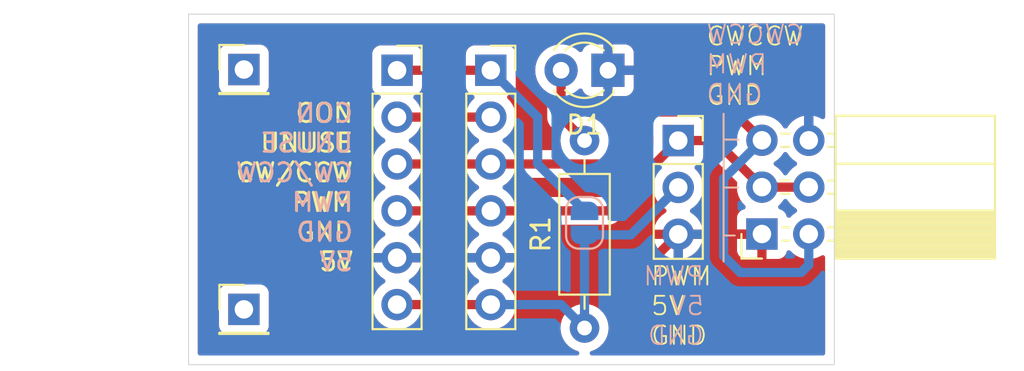
<source format=kicad_pcb>
(kicad_pcb (version 20240108) (generator "pcbnew") (generator_version "8.0")
  (layers (0 "F.Cu" signal) (31 "B.Cu" signal) (34 "B.Paste" user) (35 "F.Paste" user) (36 "B.SilkS" user "B.Silkscreen") (37 "F.SilkS" user "F.Silkscreen") (38 "B.Mask" user) (39 "F.Mask" user) (44 "Edge.Cuts" user))
  (net 0 "")
  (net 1 "GND")
  (net 2 "Net-(D1-A)")
  (net 3 "CW{slash}CCW")
  (net 4 "CONN")
  (net 5 "+5V")
  (net 6 "PWM")
  (net 7 "UNUSE")
  (footprint "Connector_PinSocket_2.54mm:PinSocket_1x06_P2.54mm_Vertical" (layer "F.Cu") (at 114.3 66.04)
    (property "Reference" "J1" (hide yes))
    (property "Value" "Conn_01x06_Pin")
    (fp_line (start -1.33 1.27) (end -1.33 14.03) (stroke (width 0.12)) (layer "F.SilkS"))
    (fp_line (start -1.33 1.27) (end 1.33 1.27) (stroke (width 0.12)) (layer "F.SilkS"))
    (fp_line (start -1.33 14.03) (end 1.33 14.03) (stroke (width 0.12)) (layer "F.SilkS"))
    (fp_line (start 0 -1.33) (end 1.33 -1.33) (stroke (width 0.12)) (layer "F.SilkS"))
    (fp_line (start 1.33 -1.33) (end 1.33 0) (stroke (width 0.12)) (layer "F.SilkS"))
    (fp_line (start 1.33 1.27) (end 1.33 14.03) (stroke (width 0.12)) (layer "F.SilkS"))
    (pad "1" thru_hole rect (at 0 0) (size 1.7 1.7) (drill 1) (layers "*.Cu" "*.Mask") (net 4 "CONN"))
    (pad "2" thru_hole oval (at 0 2.54) (size 1.7 1.7) (drill 1) (layers "*.Cu" "*.Mask") (net 7 "UNUSE"))
    (pad "3" thru_hole oval (at 0 5.08) (size 1.7 1.7) (drill 1) (layers "*.Cu" "*.Mask") (net 3 "CW{slash}CCW"))
    (pad "4" thru_hole oval (at 0 7.62) (size 1.7 1.7) (drill 1) (layers "*.Cu" "*.Mask") (net 6 "PWM"))
    (pad "5" thru_hole oval (at 0 10.16) (size 1.7 1.7) (drill 1) (layers "*.Cu" "*.Mask") (net 1 "GND"))
    (pad "6" thru_hole oval (at 0 12.7) (size 1.7 1.7) (drill 1) (layers "*.Cu" "*.Mask") (net 5 "+5V"))
  )
  (footprint "Resistor_THT:R_Axial_DIN0207_L6.3mm_D2.5mm_P10.16mm_Horizontal" (layer "F.Cu") (at 124.46 80.01 90)
    (property "Reference" "R1" (at 5.08 -2.37 90) (layer "F.SilkS"))
    (property "Value" "R")
    (fp_line (start 8.35 -1.37) (end 1.81 -1.37) (stroke (width 0.12)) (layer "F.SilkS"))
    (fp_line (start 1.81 -1.37) (end 1.81 1.37) (stroke (width 0.12)) (layer "F.SilkS"))
    (fp_line (start 9.12 0) (end 8.35 0) (stroke (width 0.12)) (layer "F.SilkS"))
    (fp_line (start 1.04 0) (end 1.81 0) (stroke (width 0.12)) (layer "F.SilkS"))
    (fp_line (start 8.35 1.37) (end 8.35 -1.37) (stroke (width 0.12)) (layer "F.SilkS"))
    (fp_line (start 1.81 1.37) (end 8.35 1.37) (stroke (width 0.12)) (layer "F.SilkS"))
    (pad "1" thru_hole circle (at 0 0 90) (size 1.6 1.6) (drill 0.8) (layers "*.Cu" "*.Mask") (net 5 "+5V"))
    (pad "2" thru_hole oval (at 10.16 0 90) (size 1.6 1.6) (drill 0.8) (layers "*.Cu" "*.Mask") (net 2 "Net-(D1-A)"))
  )
  (footprint "Connector_PinHeader_2.54mm:PinHeader_1x01_P2.54mm_Vertical" (layer "F.Cu") (at 106 79)
    (property "Reference" "REF**" (hide yes))
    (property "Value" "PinHeader_1x01_P2.54mm_Vertical")
    (fp_line (start -1.33 -1.33) (end 0 -1.33) (stroke (width 0.12)) (layer "F.SilkS"))
    (fp_line (start -1.33 0) (end -1.33 -1.33) (stroke (width 0.12)) (layer "F.SilkS"))
    (fp_line (start -1.33 1.27) (end -1.33 1.33) (stroke (width 0.12)) (layer "F.SilkS"))
    (fp_line (start -1.33 1.27) (end 1.33 1.27) (stroke (width 0.12)) (layer "F.SilkS"))
    (fp_line (start -1.33 1.33) (end 1.33 1.33) (stroke (width 0.12)) (layer "F.SilkS"))
    (fp_line (start 1.33 1.27) (end 1.33 1.33) (stroke (width 0.12)) (layer "F.SilkS"))
    (pad "1" thru_hole rect (at 0 0) (size 1.7 1.7) (drill 1) (layers "*.Cu" "*.Mask"))
  )
  (footprint "Connector_PinSocket_2.54mm:PinSocket_2x03_P2.54mm_Horizontal" (layer "F.Cu") (at 134.075 74.915 180)
    (property "Reference" "J3" (hide yes))
    (property "Value" "Conn_02x03_Odd_Even")
    (fp_line (start 1.11 -1.33) (end 1.11 0) (stroke (width 0.12)) (layer "F.SilkS"))
    (fp_line (start 0 -1.33) (end 1.11 -1.33) (stroke (width 0.12)) (layer "F.SilkS"))
    (fp_line (start -1.49 5.44) (end -1.05 5.44) (stroke (width 0.12)) (layer "F.SilkS"))
    (fp_line (start -1.49 4.72) (end -1.05 4.72) (stroke (width 0.12)) (layer "F.SilkS"))
    (fp_line (start -1.49 2.9) (end -1.05 2.9) (stroke (width 0.12)) (layer "F.SilkS"))
    (fp_line (start -1.49 2.18) (end -1.05 2.18) (stroke (width 0.12)) (layer "F.SilkS"))
    (fp_line (start -1.49 0.36) (end -1.11 0.36) (stroke (width 0.12)) (layer "F.SilkS"))
    (fp_line (start -1.49 -0.36) (end -1.11 -0.36) (stroke (width 0.12)) (layer "F.SilkS"))
    (fp_line (start -4 5.44) (end -3.59 5.44) (stroke (width 0.12)) (layer "F.SilkS"))
    (fp_line (start -4 4.72) (end -3.59 4.72) (stroke (width 0.12)) (layer "F.SilkS"))
    (fp_line (start -4 2.9) (end -3.59 2.9) (stroke (width 0.12)) (layer "F.SilkS"))
    (fp_line (start -4 2.18) (end -3.59 2.18) (stroke (width 0.12)) (layer "F.SilkS"))
    (fp_line (start -4 0.36) (end -3.59 0.36) (stroke (width 0.12)) (layer "F.SilkS"))
    (fp_line (start -4 -0.36) (end -3.59 -0.36) (stroke (width 0.12)) (layer "F.SilkS"))
    (fp_line (start -4 -1.33) (end -4 6.41) (stroke (width 0.12)) (layer "F.SilkS"))
    (fp_line (start -12.63 6.41) (end -4 6.41) (stroke (width 0.12)) (layer "F.SilkS"))
    (fp_line (start -12.63 3.81) (end -4 3.81) (stroke (width 0.12)) (layer "F.SilkS"))
    (fp_line (start -12.63 1.27) (end -4 1.27) (stroke (width 0.12)) (layer "F.SilkS"))
    (fp_line (start -12.63 1.1519) (end -4 1.1519) (stroke (width 0.12)) (layer "F.SilkS"))
    (fp_line (start -12.63 1.033805) (end -4 1.033805) (stroke (width 0.12)) (layer "F.SilkS"))
    (fp_line (start -12.63 0.91571) (end -4 0.91571) (stroke (width 0.12)) (layer "F.SilkS"))
    (fp_line (start -12.63 0.797615) (end -4 0.797615) (stroke (width 0.12)) (layer "F.SilkS"))
    (fp_line (start -12.63 0.67952) (end -4 0.67952) (stroke (width 0.12)) (layer "F.SilkS"))
    (fp_line (start -12.63 0.561425) (end -4 0.561425) (stroke (width 0.12)) (layer "F.SilkS"))
    (fp_line (start -12.63 0.44333) (end -4 0.44333) (stroke (width 0.12)) (layer "F.SilkS"))
    (fp_line (start -12.63 0.325235) (end -4 0.325235) (stroke (width 0.12)) (layer "F.SilkS"))
    (fp_line (start -12.63 0.20714) (end -4 0.20714) (stroke (width 0.12)) (layer "F.SilkS"))
    (fp_line (start -12.63 0.089045) (end -4 0.089045) (stroke (width 0.12)) (layer "F.SilkS"))
    (fp_line (start -12.63 -0.02905) (end -4 -0.02905) (stroke (width 0.12)) (layer "F.SilkS"))
    (fp_line (start -12.63 -0.147145) (end -4 -0.147145) (stroke (width 0.12)) (layer "F.SilkS"))
    (fp_line (start -12.63 -0.26524) (end -4 -0.26524) (stroke (width 0.12)) (layer "F.SilkS"))
    (fp_line (start -12.63 -0.383335) (end -4 -0.383335) (stroke (width 0.12)) (layer "F.SilkS"))
    (fp_line (start -12.63 -0.50143) (end -4 -0.50143) (stroke (width 0.12)) (layer "F.SilkS"))
    (fp_line (start -12.63 -0.619525) (end -4 -0.619525) (stroke (width 0.12)) (layer "F.SilkS"))
    (fp_line (start -12.63 -0.73762) (end -4 -0.73762) (stroke (width 0.12)) (layer "F.SilkS"))
    (fp_line (start -12.63 -0.855715) (end -4 -0.855715) (stroke (width 0.12)) (layer "F.SilkS"))
    (fp_line (start -12.63 -0.97381) (end -4 -0.97381) (stroke (width 0.12)) (layer "F.SilkS"))
    (fp_line (start -12.63 -1.091905) (end -4 -1.091905) (stroke (width 0.12)) (layer "F.SilkS"))
    (fp_line (start -12.63 -1.21) (end -4 -1.21) (stroke (width 0.12)) (layer "F.SilkS"))
    (fp_line (start -12.63 -1.33) (end -4 -1.33) (stroke (width 0.12)) (layer "F.SilkS"))
    (fp_line (start -12.63 -1.33) (end -12.63 6.41) (stroke (width 0.12)) (layer "F.SilkS"))
    (pad "1" thru_hole rect (at 0 0 180) (size 1.7 1.7) (drill 1) (layers "*.Cu" "*.Mask") (net 1 "GND"))
    (pad "2" thru_hole oval (at -2.54 0 180) (size 1.7 1.7) (drill 1) (layers "*.Cu" "*.Mask") (net 3 "CW{slash}CCW"))
    (pad "3" thru_hole oval (at 0 2.54 180) (size 1.7 1.7) (drill 1) (layers "*.Cu" "*.Mask") (net 6 "PWM"))
    (pad "4" thru_hole oval (at -2.54 2.54 180) (size 1.7 1.7) (drill 1) (layers "*.Cu" "*.Mask") (net 6 "PWM"))
    (pad "5" thru_hole oval (at 0 5.08 180) (size 1.7 1.7) (drill 1) (layers "*.Cu" "*.Mask") (net 3 "CW{slash}CCW"))
    (pad "6" thru_hole oval (at -2.54 5.08 180) (size 1.7 1.7) (drill 1) (layers "*.Cu" "*.Mask") (net 1 "GND"))
  )
  (footprint "LED_THT:LED_D3.0mm" (layer "F.Cu") (at 125.73 66.04 180)
    (property "Reference" "D1" (at 1.27 -2.96 0) (layer "F.SilkS"))
    (property "Value" "LED")
    (fp_line (start -0.29 1.08) (end -0.29 1.236) (stroke (width 0.12)) (layer "F.SilkS"))
    (fp_line (start -0.29 -1.236) (end -0.29 -1.08) (stroke (width 0.12)) (layer "F.SilkS"))
    (fp_arc (start 2.942335 1.078608) (mid 1.366487 1.987659) (end -0.29 1.235516) (stroke (width 0.12)) (layer "F.SilkS"))
    (fp_arc (start 2.31113 1.079837) (mid 1.270117 1.5) (end 0.229039 1.08) (stroke (width 0.12)) (layer "F.SilkS"))
    (fp_arc (start 0.229039 -1.08) (mid 1.270117 -1.5) (end 2.31113 -1.079837) (stroke (width 0.12)) (layer "F.SilkS"))
    (fp_arc (start -0.29 -1.235516) (mid 1.366487 -1.987659) (end 2.942335 -1.078608) (stroke (width 0.12)) (layer "F.SilkS"))
    (pad "1" thru_hole rect (at 0 0 180) (size 1.8 1.8) (drill 0.9) (layers "*.Cu" "*.Mask") (net 1 "GND"))
    (pad "2" thru_hole circle (at 2.54 0 180) (size 1.8 1.8) (drill 0.9) (layers "*.Cu" "*.Mask") (net 2 "Net-(D1-A)"))
  )
  (footprint "Connector_PinSocket_2.54mm:PinSocket_1x06_P2.54mm_Vertical" (layer "F.Cu") (at 119.38 66.04)
    (property "Reference" "J4" (hide yes))
    (property "Value" "Conn_01x06_Pin")
    (fp_line (start -1.33 1.27) (end -1.33 14.03) (stroke (width 0.12)) (layer "F.SilkS"))
    (fp_line (start -1.33 1.27) (end 1.33 1.27) (stroke (width 0.12)) (layer "F.SilkS"))
    (fp_line (start -1.33 14.03) (end 1.33 14.03) (stroke (width 0.12)) (layer "F.SilkS"))
    (fp_line (start 0 -1.33) (end 1.33 -1.33) (stroke (width 0.12)) (layer "F.SilkS"))
    (fp_line (start 1.33 -1.33) (end 1.33 0) (stroke (width 0.12)) (layer "F.SilkS"))
    (fp_line (start 1.33 1.27) (end 1.33 14.03) (stroke (width 0.12)) (layer "F.SilkS"))
    (pad "1" thru_hole rect (at 0 0) (size 1.7 1.7) (drill 1) (layers "*.Cu" "*.Mask") (net 4 "CONN"))
    (pad "2" thru_hole oval (at 0 2.54) (size 1.7 1.7) (drill 1) (layers "*.Cu" "*.Mask") (net 7 "UNUSE"))
    (pad "3" thru_hole oval (at 0 5.08) (size 1.7 1.7) (drill 1) (layers "*.Cu" "*.Mask") (net 3 "CW{slash}CCW"))
    (pad "4" thru_hole oval (at 0 7.62) (size 1.7 1.7) (drill 1) (layers "*.Cu" "*.Mask") (net 6 "PWM"))
    (pad "5" thru_hole oval (at 0 10.16) (size 1.7 1.7) (drill 1) (layers "*.Cu" "*.Mask") (net 1 "GND"))
    (pad "6" thru_hole oval (at 0 12.7) (size 1.7 1.7) (drill 1) (layers "*.Cu" "*.Mask") (net 5 "+5V"))
  )
  (footprint "Connector_PinHeader_2.54mm:PinHeader_1x01_P2.54mm_Vertical" (layer "F.Cu") (at 106 66)
    (property "Reference" "REF**" (hide yes))
    (property "Value" "PinHeader_1x01_P2.54mm_Vertical")
    (fp_line (start -1.33 -1.33) (end 0 -1.33) (stroke (width 0.12)) (layer "F.SilkS"))
    (fp_line (start -1.33 0) (end -1.33 -1.33) (stroke (width 0.12)) (layer "F.SilkS"))
    (fp_line (start -1.33 1.27) (end -1.33 1.33) (stroke (width 0.12)) (layer "F.SilkS"))
    (fp_line (start -1.33 1.27) (end 1.33 1.27) (stroke (width 0.12)) (layer "F.SilkS"))
    (fp_line (start -1.33 1.33) (end 1.33 1.33) (stroke (width 0.12)) (layer "F.SilkS"))
    (fp_line (start 1.33 1.27) (end 1.33 1.33) (stroke (width 0.12)) (layer "F.SilkS"))
    (pad "1" thru_hole rect (at 0 0) (size 1.7 1.7) (drill 1) (layers "*.Cu" "*.Mask"))
  )
  (footprint "Connector_PinSocket_2.54mm:PinSocket_1x03_P2.54mm_Vertical" (layer "F.Cu") (at 129.54 69.85)
    (property "Reference" "J2" (hide yes))
    (property "Value" "Conn_01x03_Pin")
    (fp_line (start -1.33 1.27) (end -1.33 6.41) (stroke (width 0.12)) (layer "F.SilkS"))
    (fp_line (start -1.33 1.27) (end 1.33 1.27) (stroke (width 0.12)) (layer "F.SilkS"))
    (fp_line (start -1.33 6.41) (end 1.33 6.41) (stroke (width 0.12)) (layer "F.SilkS"))
    (fp_line (start 0 -1.33) (end 1.33 -1.33) (stroke (width 0.12)) (layer "F.SilkS"))
    (fp_line (start 1.33 -1.33) (end 1.33 0) (stroke (width 0.12)) (layer "F.SilkS"))
    (fp_line (start 1.33 1.27) (end 1.33 6.41) (stroke (width 0.12)) (layer "F.SilkS"))
    (pad "1" thru_hole rect (at 0 0) (size 1.7 1.7) (drill 1) (layers "*.Cu" "*.Mask") (net 6 "PWM"))
    (pad "2" thru_hole oval (at 0 2.54) (size 1.7 1.7) (drill 1) (layers "*.Cu" "*.Mask") (net 5 "+5V"))
    (pad "3" thru_hole oval (at 0 5.08) (size 1.7 1.7) (drill 1) (layers "*.Cu" "*.Mask") (net 1 "GND"))
  )
  (footprint "Jumper:SolderJumper-2_P1.3mm_Open_RoundedPad1.0x1.5mm" (layer "B.Cu") (at 124.46 74.31 -90)
    (property "Reference" "JP1" (hide yes))
    (property "Value" "Jumper_2_Open")
    (fp_line (start 0.7 1) (end -0.7 1) (stroke (width 0.12)) (layer "B.SilkS"))
    (fp_line (start -1.4 0.3) (end -1.4 -0.3) (stroke (width 0.12)) (layer "B.SilkS"))
    (fp_line (start 1.4 -0.3) (end 1.4 0.3) (stroke (width 0.12)) (layer "B.SilkS"))
    (fp_line (start -0.7 -1) (end 0.7 -1) (stroke (width 0.12)) (layer "B.SilkS"))
    (fp_arc (start -0.7 1) (mid -1.194975 0.794975) (end -1.4 0.3) (stroke (width 0.12)) (layer "B.SilkS"))
    (fp_arc (start 1.4 0.3) (mid 1.194975 0.794975) (end 0.7 1) (stroke (width 0.12)) (layer "B.SilkS"))
    (fp_arc (start -1.4 -0.3) (mid -1.194975 -0.794975) (end -0.7 -1) (stroke (width 0.12)) (layer "B.SilkS"))
    (fp_arc (start 0.7 -1) (mid 1.194975 -0.794975) (end 1.4 -0.3) (stroke (width 0.12)) (layer "B.SilkS"))
    (pad "1" smd custom (at -0.65 0 270) (size 1 0.5) (layers "B.Cu" "B.Mask") (net 4 "CONN") (options (clearance outline) (anchor rect)) (primitives (gr_circle (center 0 -0.25) (end 0.5 -0.25) (width 0) (fill yes)) (gr_circle (center 0 0.25) (end 0.5 0.25) (width 0) (fill yes)) (gr_poly (pts (xy 0.5 -0.75) (xy 0 -0.75) (xy 0 0.75) (xy 0.5 0.75)) (width 0) (fill yes))))
    (pad "2" smd custom (at 0.65 0 270) (size 1 0.5) (layers "B.Cu" "B.Mask") (net 5 "+5V") (options (clearance outline) (anchor rect)) (primitives (gr_circle (center 0 -0.25) (end 0.5 -0.25) (width 0) (fill yes)) (gr_circle (center 0 0.25) (end 0.5 0.25) (width 0) (fill yes)) (gr_poly (pts (xy 0 -0.75) (xy -0.5 -0.75) (xy -0.5 0.75) (xy 0 0.75)) (width 0) (fill yes))))
  )
  (gr_line (start 132 69.8) (end 132.8 69.8) (stroke (width 0.1)) (layer "B.SilkS"))
  (gr_line (start 132 75) (end 132.6 75) (stroke (width 0.1)) (layer "B.SilkS"))
  (gr_line (start 132 68.4) (end 132 76.4) (stroke (width 0.1)) (layer "B.SilkS"))
  (gr_line (start 132 72.4) (end 132.8 72.4) (stroke (width 0.1)) (layer "B.SilkS"))
  (gr_line (start 132 75) (end 132.6 75) (stroke (width 0.1)) (layer "F.SilkS"))
  (gr_line (start 132 69.8) (end 132.8 69.8) (stroke (width 0.1)) (layer "F.SilkS"))
  (gr_line (start 132 72.4) (end 132.8 72.4) (stroke (width 0.1)) (layer "F.SilkS"))
  (gr_line (start 132 68.4) (end 132 76.4) (stroke (width 0.1)) (layer "F.SilkS"))
  (gr_rect (start 103 63) (end 138 82) (stroke (width 0.05)) (fill none) (layer "Edge.Cuts"))
  (gr_text "CWCCW\nPWM\nGND" (at 131 67.9 0) (layer "B.SilkS") (effects (font (size 1 1) (thickness 0.1)) (justify right bottom mirror)))
  (gr_text "CON\nUNUSE\nCW/CCW\nPWM\nGND\n5V" (at 112 77 0) (layer "B.SilkS") (effects (font (size 1 1)) (justify left bottom mirror)))
  (gr_text "PWM\n5V\nGND" (at 131 81 0) (layer "B.SilkS") (effects (font (size 1 1) (thickness 0.1)) (justify left bottom mirror)))
  (gr_text "CWCCW\nPWM\nGND" (at 131 68 0) (layer "F.SilkS") (effects (font (size 1 1) (thickness 0.1)) (justify left bottom)))
  (gr_text "PWM\n5V\nGND" (at 128 81 0) (layer "F.SilkS") (effects (font (size 1 1) (thickness 0.1)) (justify left bottom)))
  (gr_text "CON\nUNUSE\nCW/CCW\nPWM\nGND\n5V" (at 112 77 0) (layer "F.SilkS") (effects (font (size 1 1)) (justify right bottom)))
  (segment (start 128.27 76.2) (end 129.54 74.93) (width 0.5) (layer "F.Cu") (net 1))
  (segment (start 134.06 74.93) (end 134.075 74.915) (width 0.5) (layer "F.Cu") (net 1))
  (segment (start 129.54 74.93) (end 134.06 74.93) (width 0.5) (layer "F.Cu") (net 1))
  (segment (start 119.38 76.2) (end 128.27 76.2) (width 0.5) (layer "F.Cu") (net 1))
  (segment (start 136.615 69.835) (end 136.615 68.58) (width 0.5) (layer "F.Cu") (net 1))
  (segment (start 136.615 68.035) (end 135.89 67.31) (width 0.5) (layer "F.Cu") (net 1))
  (segment (start 114.3 76.2) (end 119.38 76.2) (width 0.5) (layer "F.Cu") (net 1))
  (segment (start 136.615 69.835) (end 136.615 68.035) (width 0.5) (layer "B.Cu") (net 1))
  (segment (start 136.615 68.035) (end 135.89 67.31) (width 0.5) (layer "B.Cu") (net 1))
  (segment (start 123.19 68.58) (end 124.46 69.85) (width 0.5) (layer "F.Cu") (net 2))
  (segment (start 123.19 66.04) (end 123.19 68.58) (width 0.5) (layer "F.Cu") (net 2))
  (segment (start 132.54 68.3) (end 128.2 68.3) (width 0.5) (layer "F.Cu") (net 3))
  (segment (start 128.2 68.3) (end 125.38 71.12) (width 0.5) (layer "F.Cu") (net 3))
  (segment (start 134.075 69.835) (end 132.54 68.3) (width 0.5) (layer "F.Cu") (net 3))
  (segment (start 125.38 71.12) (end 119.38 71.12) (width 0.5) (layer "F.Cu") (net 3))
  (segment (start 114.3 71.12) (end 119.38 71.12) (width 0.5) (layer "F.Cu") (net 3))
  (segment (start 132.9 77) (end 132 76.1) (width 0.5) (layer "B.Cu") (net 3))
  (segment (start 136.615 76.585) (end 136.2 77) (width 0.5) (layer "B.Cu") (net 3))
  (segment (start 136.615 74.915) (end 136.615 76.585) (width 0.5) (layer "B.Cu") (net 3))
  (segment (start 132 71.91) (end 134.075 69.835) (width 0.5) (layer "B.Cu") (net 3))
  (segment (start 132 76.1) (end 132 71.91) (width 0.5) (layer "B.Cu") (net 3))
  (segment (start 136.2 77) (end 132.9 77) (width 0.5) (layer "B.Cu") (net 3))
  (segment (start 114.3 66.04) (end 119.38 66.04) (width 0.5) (layer "F.Cu") (net 4))
  (segment (start 121.92 71.12) (end 124.46 73.66) (width 0.5) (layer "B.Cu") (net 4))
  (segment (start 121.92 68.58) (end 121.92 71.12) (width 0.5) (layer "B.Cu") (net 4))
  (segment (start 119.38 66.04) (end 121.92 68.58) (width 0.5) (layer "B.Cu") (net 4))
  (segment (start 114.3 78.74) (end 119.38 78.74) (width 0.5) (layer "F.Cu") (net 5))
  (segment (start 124.46 74.96) (end 124.46 80.01) (width 0.5) (layer "B.Cu") (net 5))
  (segment (start 126.97 74.96) (end 129.54 72.39) (width 0.5) (layer "B.Cu") (net 5))
  (segment (start 119.38 78.74) (end 123.19 78.74) (width 0.5) (layer "B.Cu") (net 5))
  (segment (start 124.46 74.96) (end 126.97 74.96) (width 0.5) (layer "B.Cu") (net 5))
  (segment (start 123.19 78.74) (end 124.46 80.01) (width 0.5) (layer "B.Cu") (net 5))
  (segment (start 125.73 73.66) (end 129.54 69.85) (width 0.5) (layer "F.Cu") (net 6))
  (segment (start 131.55 69.85) (end 134.075 72.375) (width 0.5) (layer "F.Cu") (net 6))
  (segment (start 134.075 72.375) (end 136.615 72.375) (width 0.5) (layer "F.Cu") (net 6))
  (segment (start 119.38 73.66) (end 125.73 73.66) (width 0.5) (layer "F.Cu") (net 6))
  (segment (start 114.3 73.66) (end 119.38 73.66) (width 0.5) (layer "F.Cu") (net 6))
  (segment (start 129.54 69.85) (end 131.55 69.85) (width 0.5) (layer "F.Cu") (net 6))
  (segment (start 114.3 68.58) (end 119.38 68.58) (width 0.5) (layer "F.Cu") (net 7))
  (zone (net 1) (net_name "GND") (layers "F&B.Cu") (connect_pads (clearance 0.5)) (min_thickness 0.25) (fill yes (thermal_gap 0.5) (thermal_bridge_width 0.5) (island_removal_mode 1) (island_area_min 10))
    (polygon (pts (xy 103.5 63.5) (xy 103.5 81.5) (xy 137.5 81.5) (xy 137.5 63.5)))
  )
)
</source>
